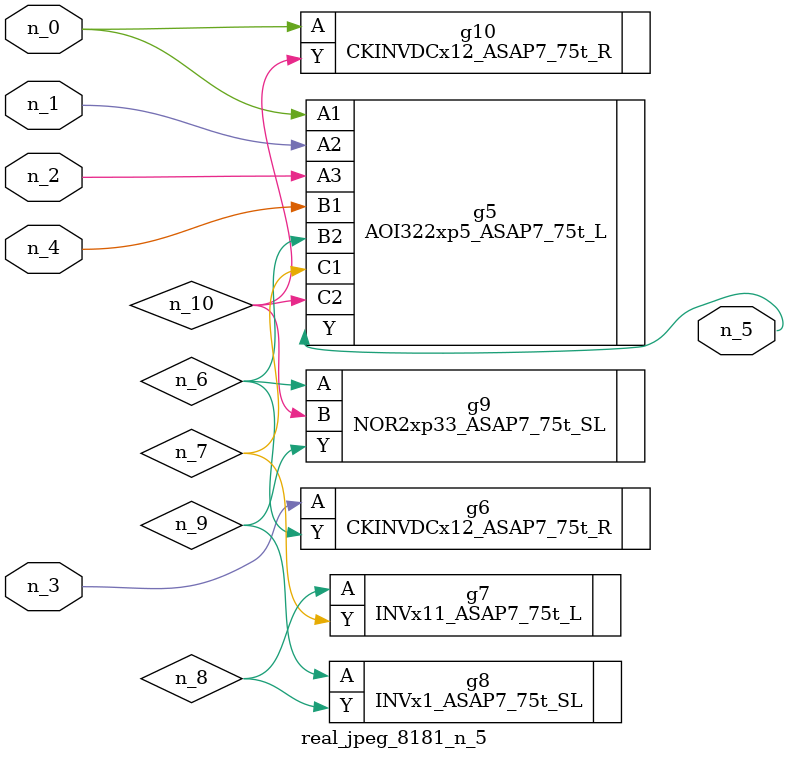
<source format=v>
module real_jpeg_8181_n_5 (n_4, n_0, n_1, n_2, n_3, n_5);

input n_4;
input n_0;
input n_1;
input n_2;
input n_3;

output n_5;

wire n_8;
wire n_6;
wire n_7;
wire n_10;
wire n_9;

AOI322xp5_ASAP7_75t_L g5 ( 
.A1(n_0),
.A2(n_1),
.A3(n_2),
.B1(n_4),
.B2(n_6),
.C1(n_7),
.C2(n_10),
.Y(n_5)
);

CKINVDCx12_ASAP7_75t_R g10 ( 
.A(n_0),
.Y(n_10)
);

CKINVDCx12_ASAP7_75t_R g6 ( 
.A(n_3),
.Y(n_6)
);

NOR2xp33_ASAP7_75t_SL g9 ( 
.A(n_6),
.B(n_10),
.Y(n_9)
);

INVx11_ASAP7_75t_L g7 ( 
.A(n_8),
.Y(n_7)
);

INVx1_ASAP7_75t_SL g8 ( 
.A(n_9),
.Y(n_8)
);


endmodule
</source>
